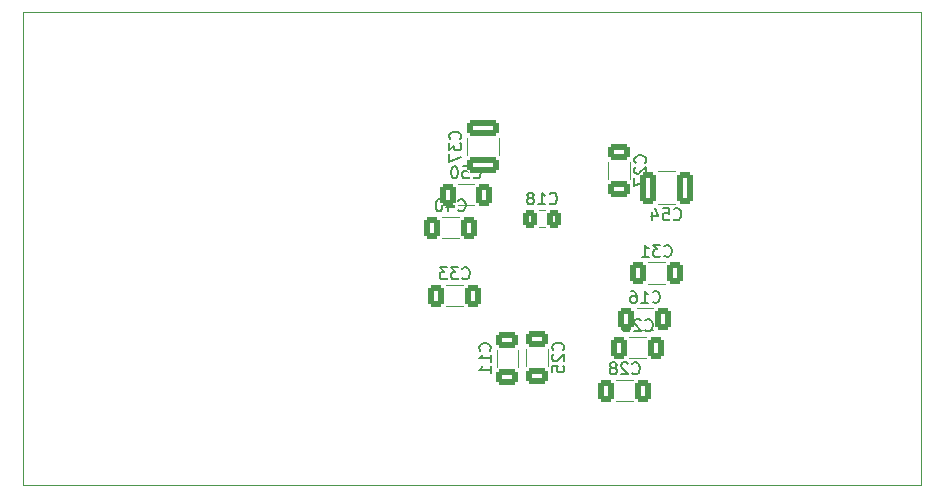
<source format=gbr>
%TF.GenerationSoftware,KiCad,Pcbnew,7.0.2*%
%TF.CreationDate,2023-06-20T23:12:55+02:00*%
%TF.ProjectId,qca7000,71636137-3030-4302-9e6b-696361645f70,rev?*%
%TF.SameCoordinates,Original*%
%TF.FileFunction,Legend,Bot*%
%TF.FilePolarity,Positive*%
%FSLAX46Y46*%
G04 Gerber Fmt 4.6, Leading zero omitted, Abs format (unit mm)*
G04 Created by KiCad (PCBNEW 7.0.2) date 2023-06-20 23:12:55*
%MOMM*%
%LPD*%
G01*
G04 APERTURE LIST*
G04 Aperture macros list*
%AMRoundRect*
0 Rectangle with rounded corners*
0 $1 Rounding radius*
0 $2 $3 $4 $5 $6 $7 $8 $9 X,Y pos of 4 corners*
0 Add a 4 corners polygon primitive as box body*
4,1,4,$2,$3,$4,$5,$6,$7,$8,$9,$2,$3,0*
0 Add four circle primitives for the rounded corners*
1,1,$1+$1,$2,$3*
1,1,$1+$1,$4,$5*
1,1,$1+$1,$6,$7*
1,1,$1+$1,$8,$9*
0 Add four rect primitives between the rounded corners*
20,1,$1+$1,$2,$3,$4,$5,0*
20,1,$1+$1,$4,$5,$6,$7,0*
20,1,$1+$1,$6,$7,$8,$9,0*
20,1,$1+$1,$8,$9,$2,$3,0*%
G04 Aperture macros list end*
%ADD10C,0.150000*%
%ADD11C,0.120000*%
%ADD12R,1.700000X1.700000*%
%ADD13O,1.700000X1.700000*%
%ADD14C,1.000000*%
%ADD15RoundRect,0.250000X0.412500X0.650000X-0.412500X0.650000X-0.412500X-0.650000X0.412500X-0.650000X0*%
%ADD16RoundRect,0.250000X-0.650000X0.412500X-0.650000X-0.412500X0.650000X-0.412500X0.650000X0.412500X0*%
%ADD17RoundRect,0.250000X-0.412500X-1.100000X0.412500X-1.100000X0.412500X1.100000X-0.412500X1.100000X0*%
%ADD18RoundRect,0.250000X0.650000X-0.412500X0.650000X0.412500X-0.650000X0.412500X-0.650000X-0.412500X0*%
%ADD19RoundRect,0.250000X0.337500X0.475000X-0.337500X0.475000X-0.337500X-0.475000X0.337500X-0.475000X0*%
%ADD20RoundRect,0.250000X-1.100000X0.412500X-1.100000X-0.412500X1.100000X-0.412500X1.100000X0.412500X0*%
%TA.AperFunction,Profile*%
%ADD21C,0.100000*%
%TD*%
G04 APERTURE END LIST*
D10*
%TO.C,C31*%
X145292857Y-61117380D02*
X145340476Y-61165000D01*
X145340476Y-61165000D02*
X145483333Y-61212619D01*
X145483333Y-61212619D02*
X145578571Y-61212619D01*
X145578571Y-61212619D02*
X145721428Y-61165000D01*
X145721428Y-61165000D02*
X145816666Y-61069761D01*
X145816666Y-61069761D02*
X145864285Y-60974523D01*
X145864285Y-60974523D02*
X145911904Y-60784047D01*
X145911904Y-60784047D02*
X145911904Y-60641190D01*
X145911904Y-60641190D02*
X145864285Y-60450714D01*
X145864285Y-60450714D02*
X145816666Y-60355476D01*
X145816666Y-60355476D02*
X145721428Y-60260238D01*
X145721428Y-60260238D02*
X145578571Y-60212619D01*
X145578571Y-60212619D02*
X145483333Y-60212619D01*
X145483333Y-60212619D02*
X145340476Y-60260238D01*
X145340476Y-60260238D02*
X145292857Y-60307857D01*
X144959523Y-60212619D02*
X144340476Y-60212619D01*
X144340476Y-60212619D02*
X144673809Y-60593571D01*
X144673809Y-60593571D02*
X144530952Y-60593571D01*
X144530952Y-60593571D02*
X144435714Y-60641190D01*
X144435714Y-60641190D02*
X144388095Y-60688809D01*
X144388095Y-60688809D02*
X144340476Y-60784047D01*
X144340476Y-60784047D02*
X144340476Y-61022142D01*
X144340476Y-61022142D02*
X144388095Y-61117380D01*
X144388095Y-61117380D02*
X144435714Y-61165000D01*
X144435714Y-61165000D02*
X144530952Y-61212619D01*
X144530952Y-61212619D02*
X144816666Y-61212619D01*
X144816666Y-61212619D02*
X144911904Y-61165000D01*
X144911904Y-61165000D02*
X144959523Y-61117380D01*
X143388095Y-61212619D02*
X143959523Y-61212619D01*
X143673809Y-61212619D02*
X143673809Y-60212619D01*
X143673809Y-60212619D02*
X143769047Y-60355476D01*
X143769047Y-60355476D02*
X143864285Y-60450714D01*
X143864285Y-60450714D02*
X143959523Y-60498333D01*
%TO.C,C26*%
X143692857Y-67417380D02*
X143740476Y-67465000D01*
X143740476Y-67465000D02*
X143883333Y-67512619D01*
X143883333Y-67512619D02*
X143978571Y-67512619D01*
X143978571Y-67512619D02*
X144121428Y-67465000D01*
X144121428Y-67465000D02*
X144216666Y-67369761D01*
X144216666Y-67369761D02*
X144264285Y-67274523D01*
X144264285Y-67274523D02*
X144311904Y-67084047D01*
X144311904Y-67084047D02*
X144311904Y-66941190D01*
X144311904Y-66941190D02*
X144264285Y-66750714D01*
X144264285Y-66750714D02*
X144216666Y-66655476D01*
X144216666Y-66655476D02*
X144121428Y-66560238D01*
X144121428Y-66560238D02*
X143978571Y-66512619D01*
X143978571Y-66512619D02*
X143883333Y-66512619D01*
X143883333Y-66512619D02*
X143740476Y-66560238D01*
X143740476Y-66560238D02*
X143692857Y-66607857D01*
X143311904Y-66607857D02*
X143264285Y-66560238D01*
X143264285Y-66560238D02*
X143169047Y-66512619D01*
X143169047Y-66512619D02*
X142930952Y-66512619D01*
X142930952Y-66512619D02*
X142835714Y-66560238D01*
X142835714Y-66560238D02*
X142788095Y-66607857D01*
X142788095Y-66607857D02*
X142740476Y-66703095D01*
X142740476Y-66703095D02*
X142740476Y-66798333D01*
X142740476Y-66798333D02*
X142788095Y-66941190D01*
X142788095Y-66941190D02*
X143359523Y-67512619D01*
X143359523Y-67512619D02*
X142740476Y-67512619D01*
X141883333Y-66512619D02*
X142073809Y-66512619D01*
X142073809Y-66512619D02*
X142169047Y-66560238D01*
X142169047Y-66560238D02*
X142216666Y-66607857D01*
X142216666Y-66607857D02*
X142311904Y-66750714D01*
X142311904Y-66750714D02*
X142359523Y-66941190D01*
X142359523Y-66941190D02*
X142359523Y-67322142D01*
X142359523Y-67322142D02*
X142311904Y-67417380D01*
X142311904Y-67417380D02*
X142264285Y-67465000D01*
X142264285Y-67465000D02*
X142169047Y-67512619D01*
X142169047Y-67512619D02*
X141978571Y-67512619D01*
X141978571Y-67512619D02*
X141883333Y-67465000D01*
X141883333Y-67465000D02*
X141835714Y-67417380D01*
X141835714Y-67417380D02*
X141788095Y-67322142D01*
X141788095Y-67322142D02*
X141788095Y-67084047D01*
X141788095Y-67084047D02*
X141835714Y-66988809D01*
X141835714Y-66988809D02*
X141883333Y-66941190D01*
X141883333Y-66941190D02*
X141978571Y-66893571D01*
X141978571Y-66893571D02*
X142169047Y-66893571D01*
X142169047Y-66893571D02*
X142264285Y-66941190D01*
X142264285Y-66941190D02*
X142311904Y-66988809D01*
X142311904Y-66988809D02*
X142359523Y-67084047D01*
%TO.C,C11*%
X130517380Y-69157142D02*
X130565000Y-69109523D01*
X130565000Y-69109523D02*
X130612619Y-68966666D01*
X130612619Y-68966666D02*
X130612619Y-68871428D01*
X130612619Y-68871428D02*
X130565000Y-68728571D01*
X130565000Y-68728571D02*
X130469761Y-68633333D01*
X130469761Y-68633333D02*
X130374523Y-68585714D01*
X130374523Y-68585714D02*
X130184047Y-68538095D01*
X130184047Y-68538095D02*
X130041190Y-68538095D01*
X130041190Y-68538095D02*
X129850714Y-68585714D01*
X129850714Y-68585714D02*
X129755476Y-68633333D01*
X129755476Y-68633333D02*
X129660238Y-68728571D01*
X129660238Y-68728571D02*
X129612619Y-68871428D01*
X129612619Y-68871428D02*
X129612619Y-68966666D01*
X129612619Y-68966666D02*
X129660238Y-69109523D01*
X129660238Y-69109523D02*
X129707857Y-69157142D01*
X130612619Y-70109523D02*
X130612619Y-69538095D01*
X130612619Y-69823809D02*
X129612619Y-69823809D01*
X129612619Y-69823809D02*
X129755476Y-69728571D01*
X129755476Y-69728571D02*
X129850714Y-69633333D01*
X129850714Y-69633333D02*
X129898333Y-69538095D01*
X130612619Y-71061904D02*
X130612619Y-70490476D01*
X130612619Y-70776190D02*
X129612619Y-70776190D01*
X129612619Y-70776190D02*
X129755476Y-70680952D01*
X129755476Y-70680952D02*
X129850714Y-70585714D01*
X129850714Y-70585714D02*
X129898333Y-70490476D01*
%TO.C,C28*%
X142592857Y-71067380D02*
X142640476Y-71115000D01*
X142640476Y-71115000D02*
X142783333Y-71162619D01*
X142783333Y-71162619D02*
X142878571Y-71162619D01*
X142878571Y-71162619D02*
X143021428Y-71115000D01*
X143021428Y-71115000D02*
X143116666Y-71019761D01*
X143116666Y-71019761D02*
X143164285Y-70924523D01*
X143164285Y-70924523D02*
X143211904Y-70734047D01*
X143211904Y-70734047D02*
X143211904Y-70591190D01*
X143211904Y-70591190D02*
X143164285Y-70400714D01*
X143164285Y-70400714D02*
X143116666Y-70305476D01*
X143116666Y-70305476D02*
X143021428Y-70210238D01*
X143021428Y-70210238D02*
X142878571Y-70162619D01*
X142878571Y-70162619D02*
X142783333Y-70162619D01*
X142783333Y-70162619D02*
X142640476Y-70210238D01*
X142640476Y-70210238D02*
X142592857Y-70257857D01*
X142211904Y-70257857D02*
X142164285Y-70210238D01*
X142164285Y-70210238D02*
X142069047Y-70162619D01*
X142069047Y-70162619D02*
X141830952Y-70162619D01*
X141830952Y-70162619D02*
X141735714Y-70210238D01*
X141735714Y-70210238D02*
X141688095Y-70257857D01*
X141688095Y-70257857D02*
X141640476Y-70353095D01*
X141640476Y-70353095D02*
X141640476Y-70448333D01*
X141640476Y-70448333D02*
X141688095Y-70591190D01*
X141688095Y-70591190D02*
X142259523Y-71162619D01*
X142259523Y-71162619D02*
X141640476Y-71162619D01*
X141069047Y-70591190D02*
X141164285Y-70543571D01*
X141164285Y-70543571D02*
X141211904Y-70495952D01*
X141211904Y-70495952D02*
X141259523Y-70400714D01*
X141259523Y-70400714D02*
X141259523Y-70353095D01*
X141259523Y-70353095D02*
X141211904Y-70257857D01*
X141211904Y-70257857D02*
X141164285Y-70210238D01*
X141164285Y-70210238D02*
X141069047Y-70162619D01*
X141069047Y-70162619D02*
X140878571Y-70162619D01*
X140878571Y-70162619D02*
X140783333Y-70210238D01*
X140783333Y-70210238D02*
X140735714Y-70257857D01*
X140735714Y-70257857D02*
X140688095Y-70353095D01*
X140688095Y-70353095D02*
X140688095Y-70400714D01*
X140688095Y-70400714D02*
X140735714Y-70495952D01*
X140735714Y-70495952D02*
X140783333Y-70543571D01*
X140783333Y-70543571D02*
X140878571Y-70591190D01*
X140878571Y-70591190D02*
X141069047Y-70591190D01*
X141069047Y-70591190D02*
X141164285Y-70638809D01*
X141164285Y-70638809D02*
X141211904Y-70686428D01*
X141211904Y-70686428D02*
X141259523Y-70781666D01*
X141259523Y-70781666D02*
X141259523Y-70972142D01*
X141259523Y-70972142D02*
X141211904Y-71067380D01*
X141211904Y-71067380D02*
X141164285Y-71115000D01*
X141164285Y-71115000D02*
X141069047Y-71162619D01*
X141069047Y-71162619D02*
X140878571Y-71162619D01*
X140878571Y-71162619D02*
X140783333Y-71115000D01*
X140783333Y-71115000D02*
X140735714Y-71067380D01*
X140735714Y-71067380D02*
X140688095Y-70972142D01*
X140688095Y-70972142D02*
X140688095Y-70781666D01*
X140688095Y-70781666D02*
X140735714Y-70686428D01*
X140735714Y-70686428D02*
X140783333Y-70638809D01*
X140783333Y-70638809D02*
X140878571Y-70591190D01*
%TO.C,C40*%
X127842857Y-57267380D02*
X127890476Y-57315000D01*
X127890476Y-57315000D02*
X128033333Y-57362619D01*
X128033333Y-57362619D02*
X128128571Y-57362619D01*
X128128571Y-57362619D02*
X128271428Y-57315000D01*
X128271428Y-57315000D02*
X128366666Y-57219761D01*
X128366666Y-57219761D02*
X128414285Y-57124523D01*
X128414285Y-57124523D02*
X128461904Y-56934047D01*
X128461904Y-56934047D02*
X128461904Y-56791190D01*
X128461904Y-56791190D02*
X128414285Y-56600714D01*
X128414285Y-56600714D02*
X128366666Y-56505476D01*
X128366666Y-56505476D02*
X128271428Y-56410238D01*
X128271428Y-56410238D02*
X128128571Y-56362619D01*
X128128571Y-56362619D02*
X128033333Y-56362619D01*
X128033333Y-56362619D02*
X127890476Y-56410238D01*
X127890476Y-56410238D02*
X127842857Y-56457857D01*
X126985714Y-56695952D02*
X126985714Y-57362619D01*
X127223809Y-56315000D02*
X127461904Y-57029285D01*
X127461904Y-57029285D02*
X126842857Y-57029285D01*
X126271428Y-56362619D02*
X126176190Y-56362619D01*
X126176190Y-56362619D02*
X126080952Y-56410238D01*
X126080952Y-56410238D02*
X126033333Y-56457857D01*
X126033333Y-56457857D02*
X125985714Y-56553095D01*
X125985714Y-56553095D02*
X125938095Y-56743571D01*
X125938095Y-56743571D02*
X125938095Y-56981666D01*
X125938095Y-56981666D02*
X125985714Y-57172142D01*
X125985714Y-57172142D02*
X126033333Y-57267380D01*
X126033333Y-57267380D02*
X126080952Y-57315000D01*
X126080952Y-57315000D02*
X126176190Y-57362619D01*
X126176190Y-57362619D02*
X126271428Y-57362619D01*
X126271428Y-57362619D02*
X126366666Y-57315000D01*
X126366666Y-57315000D02*
X126414285Y-57267380D01*
X126414285Y-57267380D02*
X126461904Y-57172142D01*
X126461904Y-57172142D02*
X126509523Y-56981666D01*
X126509523Y-56981666D02*
X126509523Y-56743571D01*
X126509523Y-56743571D02*
X126461904Y-56553095D01*
X126461904Y-56553095D02*
X126414285Y-56457857D01*
X126414285Y-56457857D02*
X126366666Y-56410238D01*
X126366666Y-56410238D02*
X126271428Y-56362619D01*
%TO.C,C54*%
X146092857Y-58017380D02*
X146140476Y-58065000D01*
X146140476Y-58065000D02*
X146283333Y-58112619D01*
X146283333Y-58112619D02*
X146378571Y-58112619D01*
X146378571Y-58112619D02*
X146521428Y-58065000D01*
X146521428Y-58065000D02*
X146616666Y-57969761D01*
X146616666Y-57969761D02*
X146664285Y-57874523D01*
X146664285Y-57874523D02*
X146711904Y-57684047D01*
X146711904Y-57684047D02*
X146711904Y-57541190D01*
X146711904Y-57541190D02*
X146664285Y-57350714D01*
X146664285Y-57350714D02*
X146616666Y-57255476D01*
X146616666Y-57255476D02*
X146521428Y-57160238D01*
X146521428Y-57160238D02*
X146378571Y-57112619D01*
X146378571Y-57112619D02*
X146283333Y-57112619D01*
X146283333Y-57112619D02*
X146140476Y-57160238D01*
X146140476Y-57160238D02*
X146092857Y-57207857D01*
X145188095Y-57112619D02*
X145664285Y-57112619D01*
X145664285Y-57112619D02*
X145711904Y-57588809D01*
X145711904Y-57588809D02*
X145664285Y-57541190D01*
X145664285Y-57541190D02*
X145569047Y-57493571D01*
X145569047Y-57493571D02*
X145330952Y-57493571D01*
X145330952Y-57493571D02*
X145235714Y-57541190D01*
X145235714Y-57541190D02*
X145188095Y-57588809D01*
X145188095Y-57588809D02*
X145140476Y-57684047D01*
X145140476Y-57684047D02*
X145140476Y-57922142D01*
X145140476Y-57922142D02*
X145188095Y-58017380D01*
X145188095Y-58017380D02*
X145235714Y-58065000D01*
X145235714Y-58065000D02*
X145330952Y-58112619D01*
X145330952Y-58112619D02*
X145569047Y-58112619D01*
X145569047Y-58112619D02*
X145664285Y-58065000D01*
X145664285Y-58065000D02*
X145711904Y-58017380D01*
X144283333Y-57445952D02*
X144283333Y-58112619D01*
X144521428Y-57065000D02*
X144759523Y-57779285D01*
X144759523Y-57779285D02*
X144140476Y-57779285D01*
%TO.C,C50*%
X129142857Y-54467380D02*
X129190476Y-54515000D01*
X129190476Y-54515000D02*
X129333333Y-54562619D01*
X129333333Y-54562619D02*
X129428571Y-54562619D01*
X129428571Y-54562619D02*
X129571428Y-54515000D01*
X129571428Y-54515000D02*
X129666666Y-54419761D01*
X129666666Y-54419761D02*
X129714285Y-54324523D01*
X129714285Y-54324523D02*
X129761904Y-54134047D01*
X129761904Y-54134047D02*
X129761904Y-53991190D01*
X129761904Y-53991190D02*
X129714285Y-53800714D01*
X129714285Y-53800714D02*
X129666666Y-53705476D01*
X129666666Y-53705476D02*
X129571428Y-53610238D01*
X129571428Y-53610238D02*
X129428571Y-53562619D01*
X129428571Y-53562619D02*
X129333333Y-53562619D01*
X129333333Y-53562619D02*
X129190476Y-53610238D01*
X129190476Y-53610238D02*
X129142857Y-53657857D01*
X128238095Y-53562619D02*
X128714285Y-53562619D01*
X128714285Y-53562619D02*
X128761904Y-54038809D01*
X128761904Y-54038809D02*
X128714285Y-53991190D01*
X128714285Y-53991190D02*
X128619047Y-53943571D01*
X128619047Y-53943571D02*
X128380952Y-53943571D01*
X128380952Y-53943571D02*
X128285714Y-53991190D01*
X128285714Y-53991190D02*
X128238095Y-54038809D01*
X128238095Y-54038809D02*
X128190476Y-54134047D01*
X128190476Y-54134047D02*
X128190476Y-54372142D01*
X128190476Y-54372142D02*
X128238095Y-54467380D01*
X128238095Y-54467380D02*
X128285714Y-54515000D01*
X128285714Y-54515000D02*
X128380952Y-54562619D01*
X128380952Y-54562619D02*
X128619047Y-54562619D01*
X128619047Y-54562619D02*
X128714285Y-54515000D01*
X128714285Y-54515000D02*
X128761904Y-54467380D01*
X127571428Y-53562619D02*
X127476190Y-53562619D01*
X127476190Y-53562619D02*
X127380952Y-53610238D01*
X127380952Y-53610238D02*
X127333333Y-53657857D01*
X127333333Y-53657857D02*
X127285714Y-53753095D01*
X127285714Y-53753095D02*
X127238095Y-53943571D01*
X127238095Y-53943571D02*
X127238095Y-54181666D01*
X127238095Y-54181666D02*
X127285714Y-54372142D01*
X127285714Y-54372142D02*
X127333333Y-54467380D01*
X127333333Y-54467380D02*
X127380952Y-54515000D01*
X127380952Y-54515000D02*
X127476190Y-54562619D01*
X127476190Y-54562619D02*
X127571428Y-54562619D01*
X127571428Y-54562619D02*
X127666666Y-54515000D01*
X127666666Y-54515000D02*
X127714285Y-54467380D01*
X127714285Y-54467380D02*
X127761904Y-54372142D01*
X127761904Y-54372142D02*
X127809523Y-54181666D01*
X127809523Y-54181666D02*
X127809523Y-53943571D01*
X127809523Y-53943571D02*
X127761904Y-53753095D01*
X127761904Y-53753095D02*
X127714285Y-53657857D01*
X127714285Y-53657857D02*
X127666666Y-53610238D01*
X127666666Y-53610238D02*
X127571428Y-53562619D01*
%TO.C,C25*%
X136717380Y-69107142D02*
X136765000Y-69059523D01*
X136765000Y-69059523D02*
X136812619Y-68916666D01*
X136812619Y-68916666D02*
X136812619Y-68821428D01*
X136812619Y-68821428D02*
X136765000Y-68678571D01*
X136765000Y-68678571D02*
X136669761Y-68583333D01*
X136669761Y-68583333D02*
X136574523Y-68535714D01*
X136574523Y-68535714D02*
X136384047Y-68488095D01*
X136384047Y-68488095D02*
X136241190Y-68488095D01*
X136241190Y-68488095D02*
X136050714Y-68535714D01*
X136050714Y-68535714D02*
X135955476Y-68583333D01*
X135955476Y-68583333D02*
X135860238Y-68678571D01*
X135860238Y-68678571D02*
X135812619Y-68821428D01*
X135812619Y-68821428D02*
X135812619Y-68916666D01*
X135812619Y-68916666D02*
X135860238Y-69059523D01*
X135860238Y-69059523D02*
X135907857Y-69107142D01*
X135907857Y-69488095D02*
X135860238Y-69535714D01*
X135860238Y-69535714D02*
X135812619Y-69630952D01*
X135812619Y-69630952D02*
X135812619Y-69869047D01*
X135812619Y-69869047D02*
X135860238Y-69964285D01*
X135860238Y-69964285D02*
X135907857Y-70011904D01*
X135907857Y-70011904D02*
X136003095Y-70059523D01*
X136003095Y-70059523D02*
X136098333Y-70059523D01*
X136098333Y-70059523D02*
X136241190Y-70011904D01*
X136241190Y-70011904D02*
X136812619Y-69440476D01*
X136812619Y-69440476D02*
X136812619Y-70059523D01*
X135812619Y-70964285D02*
X135812619Y-70488095D01*
X135812619Y-70488095D02*
X136288809Y-70440476D01*
X136288809Y-70440476D02*
X136241190Y-70488095D01*
X136241190Y-70488095D02*
X136193571Y-70583333D01*
X136193571Y-70583333D02*
X136193571Y-70821428D01*
X136193571Y-70821428D02*
X136241190Y-70916666D01*
X136241190Y-70916666D02*
X136288809Y-70964285D01*
X136288809Y-70964285D02*
X136384047Y-71011904D01*
X136384047Y-71011904D02*
X136622142Y-71011904D01*
X136622142Y-71011904D02*
X136717380Y-70964285D01*
X136717380Y-70964285D02*
X136765000Y-70916666D01*
X136765000Y-70916666D02*
X136812619Y-70821428D01*
X136812619Y-70821428D02*
X136812619Y-70583333D01*
X136812619Y-70583333D02*
X136765000Y-70488095D01*
X136765000Y-70488095D02*
X136717380Y-70440476D01*
%TO.C,C33*%
X128192857Y-63017380D02*
X128240476Y-63065000D01*
X128240476Y-63065000D02*
X128383333Y-63112619D01*
X128383333Y-63112619D02*
X128478571Y-63112619D01*
X128478571Y-63112619D02*
X128621428Y-63065000D01*
X128621428Y-63065000D02*
X128716666Y-62969761D01*
X128716666Y-62969761D02*
X128764285Y-62874523D01*
X128764285Y-62874523D02*
X128811904Y-62684047D01*
X128811904Y-62684047D02*
X128811904Y-62541190D01*
X128811904Y-62541190D02*
X128764285Y-62350714D01*
X128764285Y-62350714D02*
X128716666Y-62255476D01*
X128716666Y-62255476D02*
X128621428Y-62160238D01*
X128621428Y-62160238D02*
X128478571Y-62112619D01*
X128478571Y-62112619D02*
X128383333Y-62112619D01*
X128383333Y-62112619D02*
X128240476Y-62160238D01*
X128240476Y-62160238D02*
X128192857Y-62207857D01*
X127859523Y-62112619D02*
X127240476Y-62112619D01*
X127240476Y-62112619D02*
X127573809Y-62493571D01*
X127573809Y-62493571D02*
X127430952Y-62493571D01*
X127430952Y-62493571D02*
X127335714Y-62541190D01*
X127335714Y-62541190D02*
X127288095Y-62588809D01*
X127288095Y-62588809D02*
X127240476Y-62684047D01*
X127240476Y-62684047D02*
X127240476Y-62922142D01*
X127240476Y-62922142D02*
X127288095Y-63017380D01*
X127288095Y-63017380D02*
X127335714Y-63065000D01*
X127335714Y-63065000D02*
X127430952Y-63112619D01*
X127430952Y-63112619D02*
X127716666Y-63112619D01*
X127716666Y-63112619D02*
X127811904Y-63065000D01*
X127811904Y-63065000D02*
X127859523Y-63017380D01*
X126907142Y-62112619D02*
X126288095Y-62112619D01*
X126288095Y-62112619D02*
X126621428Y-62493571D01*
X126621428Y-62493571D02*
X126478571Y-62493571D01*
X126478571Y-62493571D02*
X126383333Y-62541190D01*
X126383333Y-62541190D02*
X126335714Y-62588809D01*
X126335714Y-62588809D02*
X126288095Y-62684047D01*
X126288095Y-62684047D02*
X126288095Y-62922142D01*
X126288095Y-62922142D02*
X126335714Y-63017380D01*
X126335714Y-63017380D02*
X126383333Y-63065000D01*
X126383333Y-63065000D02*
X126478571Y-63112619D01*
X126478571Y-63112619D02*
X126764285Y-63112619D01*
X126764285Y-63112619D02*
X126859523Y-63065000D01*
X126859523Y-63065000D02*
X126907142Y-63017380D01*
%TO.C,C16*%
X144292857Y-65017380D02*
X144340476Y-65065000D01*
X144340476Y-65065000D02*
X144483333Y-65112619D01*
X144483333Y-65112619D02*
X144578571Y-65112619D01*
X144578571Y-65112619D02*
X144721428Y-65065000D01*
X144721428Y-65065000D02*
X144816666Y-64969761D01*
X144816666Y-64969761D02*
X144864285Y-64874523D01*
X144864285Y-64874523D02*
X144911904Y-64684047D01*
X144911904Y-64684047D02*
X144911904Y-64541190D01*
X144911904Y-64541190D02*
X144864285Y-64350714D01*
X144864285Y-64350714D02*
X144816666Y-64255476D01*
X144816666Y-64255476D02*
X144721428Y-64160238D01*
X144721428Y-64160238D02*
X144578571Y-64112619D01*
X144578571Y-64112619D02*
X144483333Y-64112619D01*
X144483333Y-64112619D02*
X144340476Y-64160238D01*
X144340476Y-64160238D02*
X144292857Y-64207857D01*
X143340476Y-65112619D02*
X143911904Y-65112619D01*
X143626190Y-65112619D02*
X143626190Y-64112619D01*
X143626190Y-64112619D02*
X143721428Y-64255476D01*
X143721428Y-64255476D02*
X143816666Y-64350714D01*
X143816666Y-64350714D02*
X143911904Y-64398333D01*
X142483333Y-64112619D02*
X142673809Y-64112619D01*
X142673809Y-64112619D02*
X142769047Y-64160238D01*
X142769047Y-64160238D02*
X142816666Y-64207857D01*
X142816666Y-64207857D02*
X142911904Y-64350714D01*
X142911904Y-64350714D02*
X142959523Y-64541190D01*
X142959523Y-64541190D02*
X142959523Y-64922142D01*
X142959523Y-64922142D02*
X142911904Y-65017380D01*
X142911904Y-65017380D02*
X142864285Y-65065000D01*
X142864285Y-65065000D02*
X142769047Y-65112619D01*
X142769047Y-65112619D02*
X142578571Y-65112619D01*
X142578571Y-65112619D02*
X142483333Y-65065000D01*
X142483333Y-65065000D02*
X142435714Y-65017380D01*
X142435714Y-65017380D02*
X142388095Y-64922142D01*
X142388095Y-64922142D02*
X142388095Y-64684047D01*
X142388095Y-64684047D02*
X142435714Y-64588809D01*
X142435714Y-64588809D02*
X142483333Y-64541190D01*
X142483333Y-64541190D02*
X142578571Y-64493571D01*
X142578571Y-64493571D02*
X142769047Y-64493571D01*
X142769047Y-64493571D02*
X142864285Y-64541190D01*
X142864285Y-64541190D02*
X142911904Y-64588809D01*
X142911904Y-64588809D02*
X142959523Y-64684047D01*
%TO.C,C18*%
X135582857Y-56677380D02*
X135630476Y-56725000D01*
X135630476Y-56725000D02*
X135773333Y-56772619D01*
X135773333Y-56772619D02*
X135868571Y-56772619D01*
X135868571Y-56772619D02*
X136011428Y-56725000D01*
X136011428Y-56725000D02*
X136106666Y-56629761D01*
X136106666Y-56629761D02*
X136154285Y-56534523D01*
X136154285Y-56534523D02*
X136201904Y-56344047D01*
X136201904Y-56344047D02*
X136201904Y-56201190D01*
X136201904Y-56201190D02*
X136154285Y-56010714D01*
X136154285Y-56010714D02*
X136106666Y-55915476D01*
X136106666Y-55915476D02*
X136011428Y-55820238D01*
X136011428Y-55820238D02*
X135868571Y-55772619D01*
X135868571Y-55772619D02*
X135773333Y-55772619D01*
X135773333Y-55772619D02*
X135630476Y-55820238D01*
X135630476Y-55820238D02*
X135582857Y-55867857D01*
X134630476Y-56772619D02*
X135201904Y-56772619D01*
X134916190Y-56772619D02*
X134916190Y-55772619D01*
X134916190Y-55772619D02*
X135011428Y-55915476D01*
X135011428Y-55915476D02*
X135106666Y-56010714D01*
X135106666Y-56010714D02*
X135201904Y-56058333D01*
X134059047Y-56201190D02*
X134154285Y-56153571D01*
X134154285Y-56153571D02*
X134201904Y-56105952D01*
X134201904Y-56105952D02*
X134249523Y-56010714D01*
X134249523Y-56010714D02*
X134249523Y-55963095D01*
X134249523Y-55963095D02*
X134201904Y-55867857D01*
X134201904Y-55867857D02*
X134154285Y-55820238D01*
X134154285Y-55820238D02*
X134059047Y-55772619D01*
X134059047Y-55772619D02*
X133868571Y-55772619D01*
X133868571Y-55772619D02*
X133773333Y-55820238D01*
X133773333Y-55820238D02*
X133725714Y-55867857D01*
X133725714Y-55867857D02*
X133678095Y-55963095D01*
X133678095Y-55963095D02*
X133678095Y-56010714D01*
X133678095Y-56010714D02*
X133725714Y-56105952D01*
X133725714Y-56105952D02*
X133773333Y-56153571D01*
X133773333Y-56153571D02*
X133868571Y-56201190D01*
X133868571Y-56201190D02*
X134059047Y-56201190D01*
X134059047Y-56201190D02*
X134154285Y-56248809D01*
X134154285Y-56248809D02*
X134201904Y-56296428D01*
X134201904Y-56296428D02*
X134249523Y-56391666D01*
X134249523Y-56391666D02*
X134249523Y-56582142D01*
X134249523Y-56582142D02*
X134201904Y-56677380D01*
X134201904Y-56677380D02*
X134154285Y-56725000D01*
X134154285Y-56725000D02*
X134059047Y-56772619D01*
X134059047Y-56772619D02*
X133868571Y-56772619D01*
X133868571Y-56772619D02*
X133773333Y-56725000D01*
X133773333Y-56725000D02*
X133725714Y-56677380D01*
X133725714Y-56677380D02*
X133678095Y-56582142D01*
X133678095Y-56582142D02*
X133678095Y-56391666D01*
X133678095Y-56391666D02*
X133725714Y-56296428D01*
X133725714Y-56296428D02*
X133773333Y-56248809D01*
X133773333Y-56248809D02*
X133868571Y-56201190D01*
%TO.C,C27*%
X143667380Y-53257142D02*
X143715000Y-53209523D01*
X143715000Y-53209523D02*
X143762619Y-53066666D01*
X143762619Y-53066666D02*
X143762619Y-52971428D01*
X143762619Y-52971428D02*
X143715000Y-52828571D01*
X143715000Y-52828571D02*
X143619761Y-52733333D01*
X143619761Y-52733333D02*
X143524523Y-52685714D01*
X143524523Y-52685714D02*
X143334047Y-52638095D01*
X143334047Y-52638095D02*
X143191190Y-52638095D01*
X143191190Y-52638095D02*
X143000714Y-52685714D01*
X143000714Y-52685714D02*
X142905476Y-52733333D01*
X142905476Y-52733333D02*
X142810238Y-52828571D01*
X142810238Y-52828571D02*
X142762619Y-52971428D01*
X142762619Y-52971428D02*
X142762619Y-53066666D01*
X142762619Y-53066666D02*
X142810238Y-53209523D01*
X142810238Y-53209523D02*
X142857857Y-53257142D01*
X142857857Y-53638095D02*
X142810238Y-53685714D01*
X142810238Y-53685714D02*
X142762619Y-53780952D01*
X142762619Y-53780952D02*
X142762619Y-54019047D01*
X142762619Y-54019047D02*
X142810238Y-54114285D01*
X142810238Y-54114285D02*
X142857857Y-54161904D01*
X142857857Y-54161904D02*
X142953095Y-54209523D01*
X142953095Y-54209523D02*
X143048333Y-54209523D01*
X143048333Y-54209523D02*
X143191190Y-54161904D01*
X143191190Y-54161904D02*
X143762619Y-53590476D01*
X143762619Y-53590476D02*
X143762619Y-54209523D01*
X142762619Y-54542857D02*
X142762619Y-55209523D01*
X142762619Y-55209523D02*
X143762619Y-54780952D01*
%TO.C,C37*%
X127997380Y-51227142D02*
X128045000Y-51179523D01*
X128045000Y-51179523D02*
X128092619Y-51036666D01*
X128092619Y-51036666D02*
X128092619Y-50941428D01*
X128092619Y-50941428D02*
X128045000Y-50798571D01*
X128045000Y-50798571D02*
X127949761Y-50703333D01*
X127949761Y-50703333D02*
X127854523Y-50655714D01*
X127854523Y-50655714D02*
X127664047Y-50608095D01*
X127664047Y-50608095D02*
X127521190Y-50608095D01*
X127521190Y-50608095D02*
X127330714Y-50655714D01*
X127330714Y-50655714D02*
X127235476Y-50703333D01*
X127235476Y-50703333D02*
X127140238Y-50798571D01*
X127140238Y-50798571D02*
X127092619Y-50941428D01*
X127092619Y-50941428D02*
X127092619Y-51036666D01*
X127092619Y-51036666D02*
X127140238Y-51179523D01*
X127140238Y-51179523D02*
X127187857Y-51227142D01*
X127092619Y-51560476D02*
X127092619Y-52179523D01*
X127092619Y-52179523D02*
X127473571Y-51846190D01*
X127473571Y-51846190D02*
X127473571Y-51989047D01*
X127473571Y-51989047D02*
X127521190Y-52084285D01*
X127521190Y-52084285D02*
X127568809Y-52131904D01*
X127568809Y-52131904D02*
X127664047Y-52179523D01*
X127664047Y-52179523D02*
X127902142Y-52179523D01*
X127902142Y-52179523D02*
X127997380Y-52131904D01*
X127997380Y-52131904D02*
X128045000Y-52084285D01*
X128045000Y-52084285D02*
X128092619Y-51989047D01*
X128092619Y-51989047D02*
X128092619Y-51703333D01*
X128092619Y-51703333D02*
X128045000Y-51608095D01*
X128045000Y-51608095D02*
X127997380Y-51560476D01*
X127092619Y-52512857D02*
X127092619Y-53179523D01*
X127092619Y-53179523D02*
X128092619Y-52750952D01*
D11*
%TO.C,C31*%
X145361252Y-63510000D02*
X143938748Y-63510000D01*
X145361252Y-61690000D02*
X143938748Y-61690000D01*
%TO.C,C26*%
X143761252Y-69810000D02*
X142338748Y-69810000D01*
X143761252Y-67990000D02*
X142338748Y-67990000D01*
%TO.C,C11*%
X132910000Y-69088748D02*
X132910000Y-70511252D01*
X131090000Y-69088748D02*
X131090000Y-70511252D01*
%TO.C,C28*%
X142661252Y-73460000D02*
X141238748Y-73460000D01*
X142661252Y-71640000D02*
X141238748Y-71640000D01*
%TO.C,C40*%
X127911252Y-59660000D02*
X126488748Y-59660000D01*
X127911252Y-57840000D02*
X126488748Y-57840000D01*
%TO.C,C54*%
X144738748Y-53990000D02*
X146161252Y-53990000D01*
X144738748Y-56710000D02*
X146161252Y-56710000D01*
%TO.C,C50*%
X129211252Y-56860000D02*
X127788748Y-56860000D01*
X129211252Y-55040000D02*
X127788748Y-55040000D01*
%TO.C,C25*%
X133590000Y-70461252D02*
X133590000Y-69038748D01*
X135410000Y-70461252D02*
X135410000Y-69038748D01*
%TO.C,C33*%
X128261252Y-65410000D02*
X126838748Y-65410000D01*
X128261252Y-63590000D02*
X126838748Y-63590000D01*
%TO.C,C16*%
X144361252Y-67410000D02*
X142938748Y-67410000D01*
X144361252Y-65590000D02*
X142938748Y-65590000D01*
%TO.C,C18*%
X135201252Y-58725000D02*
X134678748Y-58725000D01*
X135201252Y-57255000D02*
X134678748Y-57255000D01*
%TO.C,C27*%
X140540000Y-54611252D02*
X140540000Y-53188748D01*
X142360000Y-54611252D02*
X142360000Y-53188748D01*
%TO.C,C37*%
X131290000Y-51158748D02*
X131290000Y-52581252D01*
X128570000Y-51158748D02*
X128570000Y-52581252D01*
%TD*%
%LPC*%
D12*
%TO.C,J1*%
X92580000Y-66820000D03*
D13*
X92580000Y-64280000D03*
X92580000Y-61740000D03*
X92580000Y-59200000D03*
%TD*%
D14*
%TO.C,TP9*%
X154900000Y-54450000D03*
%TD*%
%TO.C,TP6*%
X155950000Y-51290000D03*
%TD*%
D12*
%TO.C,J2*%
X136700000Y-42500000D03*
D13*
X134160000Y-42500000D03*
X131620000Y-42500000D03*
X129080000Y-42500000D03*
X126540000Y-42500000D03*
X124000000Y-42500000D03*
X121460000Y-42500000D03*
X118920000Y-42500000D03*
%TD*%
D14*
%TO.C,TP8*%
X162940000Y-59280000D03*
%TD*%
%TO.C,TP7*%
X157520000Y-59050000D03*
%TD*%
D15*
%TO.C,C31*%
X146212500Y-62600000D03*
X143087500Y-62600000D03*
%TD*%
%TO.C,C26*%
X144612500Y-68900000D03*
X141487500Y-68900000D03*
%TD*%
D16*
%TO.C,C11*%
X132000000Y-68237500D03*
X132000000Y-71362500D03*
%TD*%
D15*
%TO.C,C28*%
X143512500Y-72550000D03*
X140387500Y-72550000D03*
%TD*%
%TO.C,C40*%
X128762500Y-58750000D03*
X125637500Y-58750000D03*
%TD*%
D17*
%TO.C,C54*%
X143887500Y-55350000D03*
X147012500Y-55350000D03*
%TD*%
D15*
%TO.C,C50*%
X130062500Y-55950000D03*
X126937500Y-55950000D03*
%TD*%
D18*
%TO.C,C25*%
X134500000Y-71312500D03*
X134500000Y-68187500D03*
%TD*%
D15*
%TO.C,C33*%
X129112500Y-64500000D03*
X125987500Y-64500000D03*
%TD*%
%TO.C,C16*%
X145212500Y-66500000D03*
X142087500Y-66500000D03*
%TD*%
D19*
%TO.C,C18*%
X135977500Y-57990000D03*
X133902500Y-57990000D03*
%TD*%
D18*
%TO.C,C27*%
X141450000Y-55462500D03*
X141450000Y-52337500D03*
%TD*%
D20*
%TO.C,C37*%
X129930000Y-50307500D03*
X129930000Y-53432500D03*
%TD*%
%LPD*%
D21*
X91000000Y-40500000D02*
X167000000Y-40500000D01*
X167000000Y-80500000D01*
X91000000Y-80500000D01*
X91000000Y-40500000D01*
M02*

</source>
